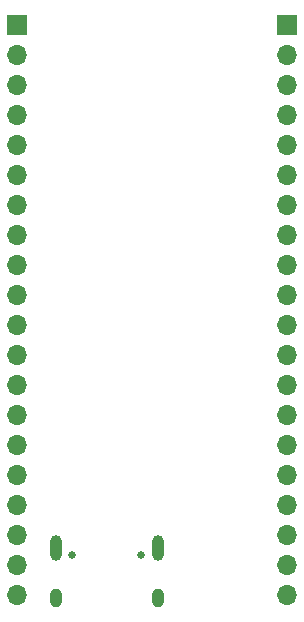
<source format=gbr>
%TF.GenerationSoftware,KiCad,Pcbnew,6.0.4*%
%TF.CreationDate,2022-04-14T12:40:58+02:00*%
%TF.ProjectId,esp32-s2-mini-1,65737033-322d-4733-922d-6d696e692d31,rev?*%
%TF.SameCoordinates,Original*%
%TF.FileFunction,Soldermask,Bot*%
%TF.FilePolarity,Negative*%
%FSLAX46Y46*%
G04 Gerber Fmt 4.6, Leading zero omitted, Abs format (unit mm)*
G04 Created by KiCad (PCBNEW 6.0.4) date 2022-04-14 12:40:58*
%MOMM*%
%LPD*%
G01*
G04 APERTURE LIST*
G04 Aperture macros list*
%AMRoundRect*
0 Rectangle with rounded corners*
0 $1 Rounding radius*
0 $2 $3 $4 $5 $6 $7 $8 $9 X,Y pos of 4 corners*
0 Add a 4 corners polygon primitive as box body*
4,1,4,$2,$3,$4,$5,$6,$7,$8,$9,$2,$3,0*
0 Add four circle primitives for the rounded corners*
1,1,$1+$1,$2,$3*
1,1,$1+$1,$4,$5*
1,1,$1+$1,$6,$7*
1,1,$1+$1,$8,$9*
0 Add four rect primitives between the rounded corners*
20,1,$1+$1,$2,$3,$4,$5,0*
20,1,$1+$1,$4,$5,$6,$7,0*
20,1,$1+$1,$6,$7,$8,$9,0*
20,1,$1+$1,$8,$9,$2,$3,0*%
G04 Aperture macros list end*
%ADD10C,0.670000*%
%ADD11RoundRect,0.500000X0.000000X-0.300000X0.000000X-0.300000X0.000000X0.300000X0.000000X0.300000X0*%
%ADD12RoundRect,0.500000X0.000000X-0.600000X0.000000X-0.600000X0.000000X0.600000X0.000000X0.600000X0*%
%ADD13R,1.700000X1.700000*%
%ADD14O,1.700000X1.700000*%
G04 APERTURE END LIST*
D10*
%TO.C,J2*%
X150170000Y-129954000D03*
X144370000Y-129954000D03*
D11*
X151590000Y-133604000D03*
D12*
X142950000Y-129424000D03*
X151590000Y-129424000D03*
D11*
X142950000Y-133604000D03*
%TD*%
D13*
%TO.C,J1*%
X139700000Y-85095000D03*
D14*
X139700000Y-87635000D03*
X139700000Y-90175000D03*
X139700000Y-92715000D03*
X139700000Y-95255000D03*
X139700000Y-97795000D03*
X139700000Y-100335000D03*
X139700000Y-102875000D03*
X139700000Y-105415000D03*
X139700000Y-107955000D03*
X139700000Y-110495000D03*
X139700000Y-113035000D03*
X139700000Y-115575000D03*
X139700000Y-118115000D03*
X139700000Y-120655000D03*
X139700000Y-123195000D03*
X139700000Y-125735000D03*
X139700000Y-128275000D03*
X139700000Y-130815000D03*
X139700000Y-133355000D03*
%TD*%
D13*
%TO.C,J3*%
X162560000Y-85095000D03*
D14*
X162560000Y-87635000D03*
X162560000Y-90175000D03*
X162560000Y-92715000D03*
X162560000Y-95255000D03*
X162560000Y-97795000D03*
X162560000Y-100335000D03*
X162560000Y-102875000D03*
X162560000Y-105415000D03*
X162560000Y-107955000D03*
X162560000Y-110495000D03*
X162560000Y-113035000D03*
X162560000Y-115575000D03*
X162560000Y-118115000D03*
X162560000Y-120655000D03*
X162560000Y-123195000D03*
X162560000Y-125735000D03*
X162560000Y-128275000D03*
X162560000Y-130815000D03*
X162560000Y-133355000D03*
%TD*%
M02*

</source>
